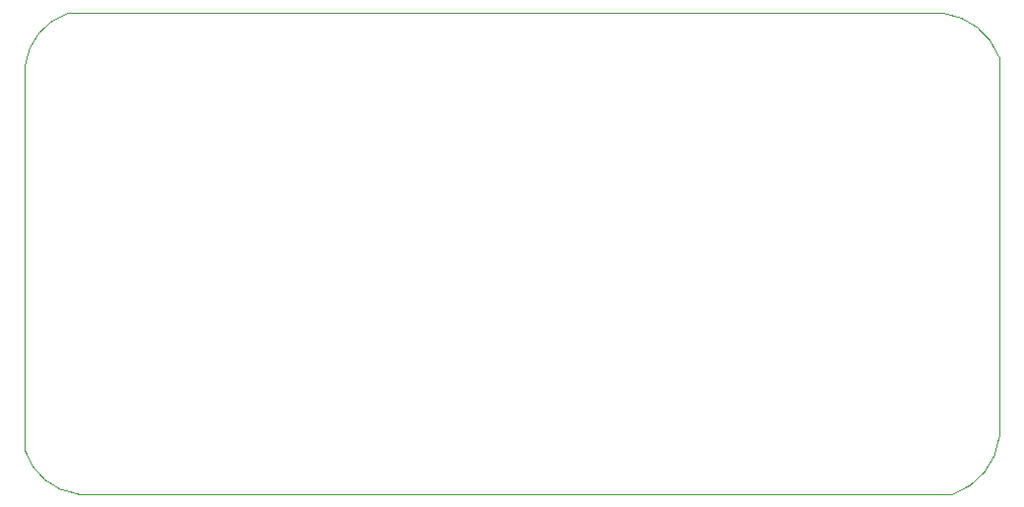
<source format=gbr>
%TF.GenerationSoftware,KiCad,Pcbnew,(6.0.2-0)*%
%TF.CreationDate,2022-09-10T16:34:37-06:00*%
%TF.ProjectId,Sensor Data Logger,53656e73-6f72-4204-9461-7461204c6f67,rev?*%
%TF.SameCoordinates,Original*%
%TF.FileFunction,Profile,NP*%
%FSLAX46Y46*%
G04 Gerber Fmt 4.6, Leading zero omitted, Abs format (unit mm)*
G04 Created by KiCad (PCBNEW (6.0.2-0)) date 2022-09-10 16:34:37*
%MOMM*%
%LPD*%
G01*
G04 APERTURE LIST*
%TA.AperFunction,Profile*%
%ADD10C,0.100000*%
%TD*%
G04 APERTURE END LIST*
D10*
X198108266Y-97790000D02*
G75*
G03*
X202154087Y-92794963I-1885659J5663336D01*
G01*
X197322963Y-56416016D02*
X122140692Y-56388000D01*
X198108266Y-97790000D02*
X122925995Y-97761984D01*
X118354163Y-93980000D02*
X118358708Y-60959832D01*
X202128718Y-60198000D02*
G75*
G03*
X197322963Y-56416016I-5533009J-2086456D01*
G01*
X202154087Y-92794963D02*
X202128718Y-60198000D01*
X118354163Y-93980000D02*
G75*
G03*
X122925995Y-97761984I5178912J1606191D01*
G01*
X122140692Y-56388000D02*
G75*
G03*
X118358708Y-60959832I1606191J-5178912D01*
G01*
M02*

</source>
